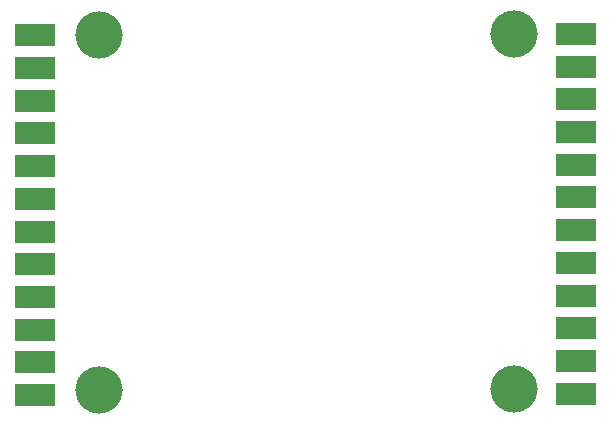
<source format=gbr>
%TF.GenerationSoftware,KiCad,Pcbnew,(6.0.2)*%
%TF.CreationDate,2022-08-16T14:57:48-05:00*%
%TF.ProjectId,REF1300,52454631-3330-4302-9e6b-696361645f70,rev?*%
%TF.SameCoordinates,Original*%
%TF.FileFunction,Soldermask,Bot*%
%TF.FilePolarity,Negative*%
%FSLAX46Y46*%
G04 Gerber Fmt 4.6, Leading zero omitted, Abs format (unit mm)*
G04 Created by KiCad (PCBNEW (6.0.2)) date 2022-08-16 14:57:48*
%MOMM*%
%LPD*%
G01*
G04 APERTURE LIST*
%ADD10C,4.000000*%
%ADD11R,3.480000X1.846667*%
G04 APERTURE END LIST*
D10*
%TO.C,Hole2*%
X163620000Y-84536000D03*
%TD*%
%TO.C,Hole1*%
X128492000Y-84641000D03*
%TD*%
%TO.C,Hole4*%
X163646000Y-114607000D03*
%TD*%
D11*
%TO.C,J2*%
X168877000Y-84528000D03*
X168877000Y-87298000D03*
X168877000Y-90068000D03*
X168877000Y-92838000D03*
X168877000Y-95608000D03*
X168877000Y-98378000D03*
X168877000Y-101148000D03*
X168877000Y-103918000D03*
X168877000Y-106688000D03*
X168877000Y-109458000D03*
X168877000Y-112228000D03*
X168877000Y-114998000D03*
%TD*%
D10*
%TO.C,Hole3*%
X128474000Y-114701000D03*
%TD*%
D11*
%TO.C,J1*%
X123059000Y-115108000D03*
X123059000Y-112338000D03*
X123059000Y-109568000D03*
X123059000Y-106798000D03*
X123059000Y-104028000D03*
X123059000Y-101258000D03*
X123059000Y-98488000D03*
X123059000Y-95718000D03*
X123059000Y-92948000D03*
X123059000Y-90178000D03*
X123059000Y-87408000D03*
X123059000Y-84638000D03*
%TD*%
M02*

</source>
